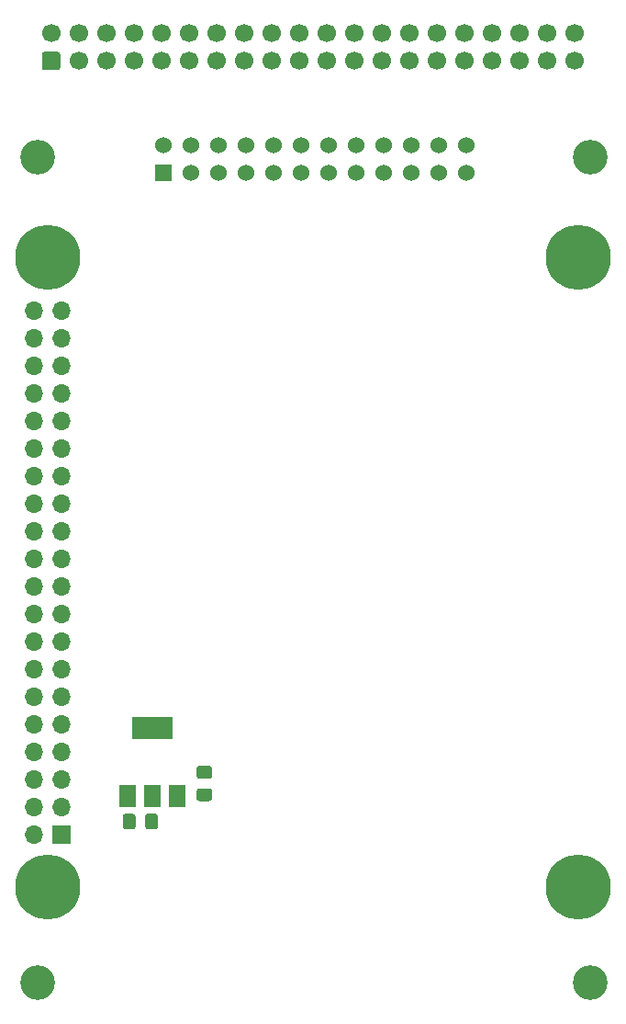
<source format=gbr>
G04 #@! TF.GenerationSoftware,KiCad,Pcbnew,(6.0.5)*
G04 #@! TF.CreationDate,2022-06-02T22:10:04-04:00*
G04 #@! TF.ProjectId,Input_Adapter,496e7075-745f-4416-9461-707465722e6b,v2*
G04 #@! TF.SameCoordinates,Original*
G04 #@! TF.FileFunction,Soldermask,Top*
G04 #@! TF.FilePolarity,Negative*
%FSLAX46Y46*%
G04 Gerber Fmt 4.6, Leading zero omitted, Abs format (unit mm)*
G04 Created by KiCad (PCBNEW (6.0.5)) date 2022-06-02 22:10:04*
%MOMM*%
%LPD*%
G01*
G04 APERTURE LIST*
%ADD10C,3.200000*%
%ADD11R,1.530000X1.530000*%
%ADD12C,1.530000*%
%ADD13R,1.500000X2.000000*%
%ADD14R,3.800000X2.000000*%
%ADD15C,1.700000*%
%ADD16C,6.000000*%
%ADD17R,1.700000X1.700000*%
%ADD18O,1.700000X1.700000*%
G04 APERTURE END LIST*
D10*
G04 #@! TO.C,H1*
X155000000Y-130000000D03*
G04 #@! TD*
D11*
G04 #@! TO.C,J2*
X115630000Y-55470000D03*
D12*
X115630000Y-52930000D03*
X118170000Y-55470000D03*
X118170000Y-52930000D03*
X120710000Y-55470000D03*
X120710000Y-52930000D03*
X123250000Y-55470000D03*
X123250000Y-52930000D03*
X125790000Y-55470000D03*
X125790000Y-52930000D03*
X128330000Y-55470000D03*
X128330000Y-52930000D03*
X130870000Y-55470000D03*
X130870000Y-52930000D03*
X133410000Y-55470000D03*
X133410000Y-52930000D03*
X135950000Y-55470000D03*
X135950000Y-52930000D03*
X138490000Y-55470000D03*
X138490000Y-52930000D03*
X141030000Y-55470000D03*
X141030000Y-52930000D03*
X143570000Y-55470000D03*
X143570000Y-52930000D03*
G04 #@! TD*
D10*
G04 #@! TO.C,H2*
X104000000Y-54000000D03*
G04 #@! TD*
G04 #@! TO.C,H3*
X155000000Y-54000000D03*
G04 #@! TD*
G04 #@! TO.C,C1*
G36*
G01*
X119875000Y-113325000D02*
X118925000Y-113325000D01*
G75*
G02*
X118675000Y-113075000I0J250000D01*
G01*
X118675000Y-112400000D01*
G75*
G02*
X118925000Y-112150000I250000J0D01*
G01*
X119875000Y-112150000D01*
G75*
G02*
X120125000Y-112400000I0J-250000D01*
G01*
X120125000Y-113075000D01*
G75*
G02*
X119875000Y-113325000I-250000J0D01*
G01*
G37*
G36*
G01*
X119875000Y-111250000D02*
X118925000Y-111250000D01*
G75*
G02*
X118675000Y-111000000I0J250000D01*
G01*
X118675000Y-110325000D01*
G75*
G02*
X118925000Y-110075000I250000J0D01*
G01*
X119875000Y-110075000D01*
G75*
G02*
X120125000Y-110325000I0J-250000D01*
G01*
X120125000Y-111000000D01*
G75*
G02*
X119875000Y-111250000I-250000J0D01*
G01*
G37*
G04 #@! TD*
D13*
G04 #@! TO.C,U1*
X112300000Y-112850000D03*
X114600000Y-112850000D03*
D14*
X114600000Y-106550000D03*
D13*
X116900000Y-112850000D03*
G04 #@! TD*
G04 #@! TO.C,J3*
G36*
G01*
X105870000Y-46002500D02*
X104670000Y-46002500D01*
G75*
G02*
X104420000Y-45752500I0J250000D01*
G01*
X104420000Y-44552500D01*
G75*
G02*
X104670000Y-44302500I250000J0D01*
G01*
X105870000Y-44302500D01*
G75*
G02*
X106120000Y-44552500I0J-250000D01*
G01*
X106120000Y-45752500D01*
G75*
G02*
X105870000Y-46002500I-250000J0D01*
G01*
G37*
D15*
X105270000Y-42612500D03*
X107810000Y-45152500D03*
X107810000Y-42612500D03*
X110350000Y-45152500D03*
X110350000Y-42612500D03*
X112890000Y-45152500D03*
X112890000Y-42612500D03*
X115430000Y-45152500D03*
X115430000Y-42612500D03*
X117970000Y-45152500D03*
X117970000Y-42612500D03*
X120510000Y-45152500D03*
X120510000Y-42612500D03*
X123050000Y-45152500D03*
X123050000Y-42612500D03*
X125590000Y-45152500D03*
X125590000Y-42612500D03*
X128130000Y-45152500D03*
X128130000Y-42612500D03*
X130670000Y-45152500D03*
X130670000Y-42612500D03*
X133210000Y-45152500D03*
X133210000Y-42612500D03*
X135750000Y-45152500D03*
X135750000Y-42612500D03*
X138290000Y-45152500D03*
X138290000Y-42612500D03*
X140830000Y-45152500D03*
X140830000Y-42612500D03*
X143370000Y-45152500D03*
X143370000Y-42612500D03*
X145910000Y-45152500D03*
X145910000Y-42612500D03*
X148450000Y-45152500D03*
X148450000Y-42612500D03*
X150990000Y-45152500D03*
X150990000Y-42612500D03*
X153530000Y-45152500D03*
X153530000Y-42612500D03*
G04 #@! TD*
D10*
G04 #@! TO.C,H4*
X104000000Y-130000000D03*
G04 #@! TD*
G04 #@! TO.C,C2*
G36*
G01*
X115125000Y-114725000D02*
X115125000Y-115675000D01*
G75*
G02*
X114875000Y-115925000I-250000J0D01*
G01*
X114200000Y-115925000D01*
G75*
G02*
X113950000Y-115675000I0J250000D01*
G01*
X113950000Y-114725000D01*
G75*
G02*
X114200000Y-114475000I250000J0D01*
G01*
X114875000Y-114475000D01*
G75*
G02*
X115125000Y-114725000I0J-250000D01*
G01*
G37*
G36*
G01*
X113050000Y-114725000D02*
X113050000Y-115675000D01*
G75*
G02*
X112800000Y-115925000I-250000J0D01*
G01*
X112125000Y-115925000D01*
G75*
G02*
X111875000Y-115675000I0J250000D01*
G01*
X111875000Y-114725000D01*
G75*
G02*
X112125000Y-114475000I250000J0D01*
G01*
X112800000Y-114475000D01*
G75*
G02*
X113050000Y-114725000I0J-250000D01*
G01*
G37*
G04 #@! TD*
D16*
G04 #@! TO.C,J1*
X104930000Y-63270000D03*
X153930000Y-63270000D03*
X104930000Y-121270000D03*
X153930000Y-121270000D03*
D17*
X106200000Y-116400000D03*
D18*
X103660000Y-116400000D03*
X106200000Y-113860000D03*
X103660000Y-113860000D03*
X106200000Y-111320000D03*
X103660000Y-111320000D03*
X106200000Y-108780000D03*
X103660000Y-108780000D03*
X106200000Y-106240000D03*
X103660000Y-106240000D03*
X106200000Y-103700000D03*
X103660000Y-103700000D03*
X106200000Y-101160000D03*
X103660000Y-101160000D03*
X106200000Y-98620000D03*
X103660000Y-98620000D03*
X106200000Y-96080000D03*
X103660000Y-96080000D03*
X106200000Y-93540000D03*
X103660000Y-93540000D03*
X106200000Y-91000000D03*
X103660000Y-91000000D03*
X106200000Y-88460000D03*
X103660000Y-88460000D03*
X106200000Y-85920000D03*
X103660000Y-85920000D03*
X106200000Y-83380000D03*
X103660000Y-83380000D03*
X106200000Y-80840000D03*
X103660000Y-80840000D03*
X106200000Y-78300000D03*
X103660000Y-78300000D03*
X106200000Y-75760000D03*
X103660000Y-75760000D03*
X106200000Y-73220000D03*
X103660000Y-73220000D03*
X106200000Y-70680000D03*
X103660000Y-70680000D03*
X106200000Y-68140000D03*
X103660000Y-68140000D03*
G04 #@! TD*
M02*

</source>
